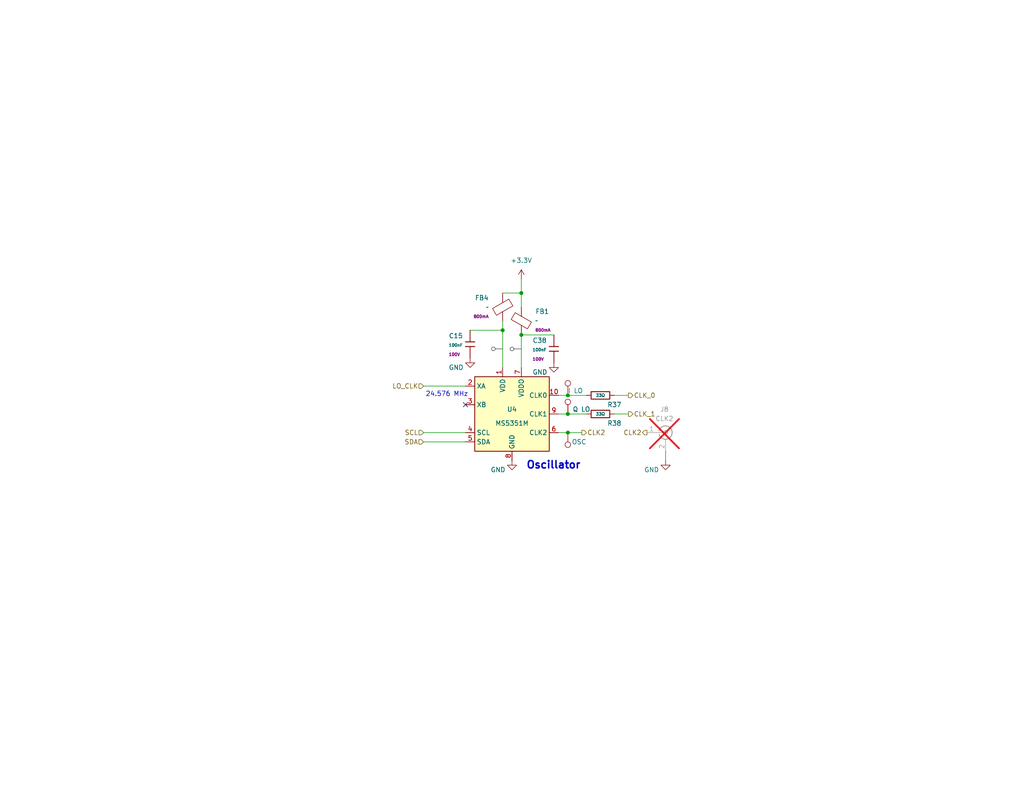
<source format=kicad_sch>
(kicad_sch (version 20250114) (generator "eeschema") (generator_version "9.0")
  (paper "USLetter")
  (title_block (date "2026-01-11") (rev "0.1"))
  (lib_symbols
    (symbol "+3.3V_1" (power) (pin_names (offset 0))
      (property "Value" "+3.3V_1" (at 0 3.556 0))
      (symbol "+3.3V_1_0_1"
        (polyline (pts (xy -0.762 1.27) (xy 0 2.54)))
        (polyline (pts (xy 0 2.54) (xy 0.762 1.27)))
        (polyline (pts (xy 0 0) (xy 0 2.54)))
      )
      (symbol "+3.3V_1_1_1"
        (pin power_in line (at 0 0 90) (length 0) (hide yes) (name "+3.3V") (number "1"))
      )
    )
    (symbol "Connector:Conn_Coaxial" (pin_names (offset 1.016) (hide yes))
      (property "Reference" "J" (at 0.254 3.048 0))
      (property "Value" "Conn_Coaxial" (at 2.921 0 90))
      (symbol "Conn_Coaxial_0_1"
        (polyline (pts (xy -2.54 0) (xy -0.508 0)))
        (arc (start 1.778 0) (mid 0.222 -1.8079) (end -1.778 -0.508) (stroke (width 0.254)))
        (arc (start -1.778 0.508) (mid 0.2221 1.8084) (end 1.778 0) (stroke (width 0.254)))
        (circle (center 0 0) (radius 0.508) (stroke (width 0.2032)))
        (polyline (pts (xy 0 -2.54) (xy 0 -1.778)))
      )
      (symbol "Conn_Coaxial_1_1"
        (pin passive line (at -5.08 0 0) (length 2.54) (name "In") (number "1"))
        (pin passive line (at 0 -5.08 90) (length 2.54) (name "Ext") (number "2"))
      )
    )
    (symbol "Connector:TestPoint" (pin_numbers (hide yes)) (pin_names (offset 0.762) (hide yes))
      (property "Reference" "TP" (at 0 6.858 0))
      (property "Value" "TestPoint" (at 0 5.08 0))
      (symbol "TestPoint_0_1"
        (circle (center 0 3.302) (radius 0.762))
      )
      (symbol "TestPoint_1_1"
        (pin passive line (at 0 0 90) (length 2.54) (name "1") (number "1"))
      )
    )
    (symbol "GND_1" (power) (pin_names (offset 0))
      (property "Value" "GND_1" (at 0 -3.81 0))
      (symbol "GND_1_0_1"
        (polyline (pts (xy 0 0) (xy 0 -1.27) (xy 1.27 -1.27) (xy 0 -2.54) (xy -1.27 -1.27) (xy 0 -1.27)))
      )
      (symbol "GND_1_1_1"
        (pin power_in line (at 0 0 270) (length 0) (hide yes) (name "GND") (number "1"))
      )
    )
    (symbol "Oscillator:Si5351A-B-GT"
      (property "Reference" "U" (at -8.89 11.43 0))
      (property "Value" "Si5351A-B-GT" (at -12.7 -12.7 0))
      (symbol "Si5351A-B-GT_0_1"
        (rectangle (start -10.16 10.16) (end 10.16 -10.16) (stroke (width 0.254)) (fill (type background)))
      )
      (symbol "Si5351A-B-GT_1_1"
        (pin input line (at -12.7 7.62 0) (length 2.54) (name "XA") (number "2"))
        (pin input line (at -12.7 2.54 0) (length 2.54) (name "XB") (number "3"))
        (pin input line (at -12.7 -5.08 0) (length 2.54) (name "SCL") (number "4"))
        (pin bidirectional line (at -12.7 -7.62 0) (length 2.54) (name "SDA") (number "5"))
        (pin power_in line (at -2.54 12.7 270) (length 2.54) (name "VDD") (number "1"))
        (pin power_in line (at 0 -12.7 90) (length 2.54) (name "GND") (number "8"))
        (pin power_in line (at 2.54 12.7 270) (length 2.54) (name "VDDO") (number "7"))
        (pin output line (at 12.7 5.08 180) (length 2.54) (name "CLK0") (number "10"))
        (pin output line (at 12.7 0 180) (length 2.54) (name "CLK1") (number "9"))
        (pin output line (at 12.7 -5.08 180) (length 2.54) (name "CLK2") (number "6"))
      )
    )
    (symbol "PCM_JLCPCB-Capacitors:0805,100nF" (pin_numbers (hide yes)) (pin_names (offset 0))
      (property "Reference" "C" (at 2.032 1.668 0))
      (property "Value" "100nF" (at 2.032 -0.3782 0))
      (property "Voltage Rated" "100V" (at 2.032 -2.0462 0))
      (symbol "0805,100nF_0_1"
        (polyline (pts (xy -1.27 0.635) (xy 1.27 0.635)) (stroke (width 0.254)))
        (polyline (pts (xy -1.27 -0.635) (xy 1.27 -0.635)) (stroke (width 0.254)))
      )
      (symbol "0805,100nF_1_1"
        (pin passive line (at 0 3.81 270) (length 3.175) (name "~") (number "1"))
        (pin passive line (at 0 -3.81 90) (length 3.175) (name "~") (number "2"))
      )
    )
    (symbol "PCM_JLCPCB-Inductors:Ferrite,0805" (pin_numbers (hide yes)) (pin_names (offset 0))
      (property "Reference" "FB" (at 3.4036 1.2508 0))
      (property "Current Rating" "800mA" (at 3.4036 -1.5274 0))
      (symbol "Ferrite,0805_0_1"
        (polyline (pts (xy -2.7686 0.4064) (xy -1.7018 2.2606) (xy 2.7686 -0.3048) (xy 1.6764 -2.159) (xy -2.7686 0.4064)))
        (polyline (pts (xy 0 1.27) (xy 0 1.2954)))
        (polyline (pts (xy 0 -1.27) (xy 0 -1.2192)))
      )
      (symbol "Ferrite,0805_1_1"
        (pin passive line (at 0 3.81 270) (length 2.54) (name "~") (number "1"))
        (pin passive line (at 0 -3.81 90) (length 2.54) (name "~") (number "2"))
      )
    )
    (symbol "PCM_JLCPCB-Resistors:0805,33Ω" (pin_numbers (hide yes)) (pin_names (offset 0))
      (property "Reference" "R" (at 1.778 0 0))
      (property "Value" "33Ω" (at 0 0 90))
      (symbol "0805,33Ω_0_1"
        (rectangle (start -1.016 2.54) (end 1.016 -2.54) (stroke (width 0.254)))
      )
      (symbol "0805,33Ω_1_1"
        (pin passive line (at 0 3.81 270) (length 1.27) (name "~") (number "1"))
        (pin passive line (at 0 -3.81 90) (length 1.27) (name "~") (number "2"))
      )
    )
  )
  (text "24.576 MHz" (at 121.92 107.696 0) (effects (font (size 1.27 1.27))))
  (text "Oscillator" (at 143.51 128.27 0) (effects (font (size 2.0066 2.0066) (thickness 0.4013) (bold yes)) (justify left bottom)))
  (junction (at 154.94 118.11))
  (junction (at 154.94 107.95))
  (junction (at 142.24 91.44))
  (junction (at 154.94 113.03))
  (junction (at 142.24 80.01))
  (junction (at 137.16 90.17))
  (no_connect (at 127 110.49))
  (wire (pts (xy 137.16 80.01) (xy 142.24 80.01)))
  (wire (pts (xy 154.94 107.95) (xy 160.02 107.95)))
  (wire (pts (xy 115.57 120.65) (xy 127 120.65)))
  (wire (pts (xy 142.24 80.01) (xy 142.24 83.82)))
  (wire (pts (xy 115.57 118.11) (xy 127 118.11)))
  (wire (pts (xy 137.16 87.63) (xy 137.16 90.17)))
  (wire (pts (xy 137.16 90.17) (xy 137.16 100.33)))
  (wire (pts (xy 152.4 113.03) (xy 154.94 113.03)))
  (wire (pts (xy 167.64 113.03) (xy 171.45 113.03)))
  (wire (pts (xy 152.4 107.95) (xy 154.94 107.95)))
  (wire (pts (xy 154.94 113.03) (xy 160.02 113.03)))
  (wire (pts (xy 152.4 118.11) (xy 154.94 118.11)))
  (wire (pts (xy 154.94 118.11) (xy 158.75 118.11)))
  (wire (pts (xy 142.24 91.44) (xy 151.13 91.44)))
  (wire (pts (xy 181.61 125.73) (xy 181.61 123.19)))
  (wire (pts (xy 167.64 107.95) (xy 171.45 107.95)))
  (wire (pts (xy 128.27 90.17) (xy 137.16 90.17)))
  (wire (pts (xy 142.24 76.2) (xy 142.24 80.01)))
  (wire (pts (xy 142.24 91.44) (xy 142.24 100.33)))
  (wire (pts (xy 115.57 105.41) (xy 127 105.41)))
  (hierarchical_label "SCL" (shape input) (at 115.57 118.11 180))
  (hierarchical_label "CLK_1" (shape output) (at 171.45 113.03 0))
  (hierarchical_label "LO_CLK" (shape input) (at 115.57 105.41 180))
  (hierarchical_label "CLK_0" (shape output) (at 171.45 107.95 0))
  (hierarchical_label "CLK2" (shape output) (at 176.53 118.11 180))
  (hierarchical_label "CLK2" (shape output) (at 158.75 118.11 0))
  (hierarchical_label "SDA" (shape input) (at 115.57 120.65 180))
  (netclass_flag "" (length 2.54) (shape round) (at 137.16 95.25 90) (property "Netclass" "1V1" (effects (hide yes))))
  (netclass_flag "" (length 2.54) (shape round) (at 142.24 95.25 90) (property "Netclass" "1V1" (effects (hide yes))))
  (symbol (lib_id "Connector:Conn_Coaxial") (at 181.61 118.11 0) (unit 1) (dnp yes)
    (property "Reference" "J8" (at 181.2926 111.76 0))
    (property "Value" "CLK2" (at 181.2926 114.3 0))
    (property "Footprint" "Connector_Coaxial:BNC_TEConnectivity_1478204_Vertical" (effects (hide yes)))
  )
  (symbol (lib_name "GND_1") (lib_id "power:GND") (at 181.61 125.73 0) (unit 1)
    (property "Reference" "#PWR050" (effects (hide yes)))
    (property "Value" "GND" (at 177.8 128.27 0))
  )
  (symbol (lib_id "Connector:TestPoint") (at 154.94 107.95 0) (unit 1)
    (property "Reference" "TP3" (effects (hide yes)))
    (property "Value" "I LO" (at 154.94 106.68 0) (effects (justify left)))
    (property "Footprint" "TestPoint:TestPoint_THTPad_D1.5mm_Drill0.7mm" (effects (hide yes)))
  )
  (symbol (lib_id "Connector:TestPoint") (at 154.94 118.11 180) (unit 1)
    (property "Reference" "TP5" (effects (hide yes)))
    (property "Value" "OSC" (at 160.02 120.65 0) (effects (justify left)))
    (property "Footprint" "TestPoint:TestPoint_THTPad_D1.5mm_Drill0.7mm" (effects (hide yes)))
  )
  (symbol (lib_id "PCM_JLCPCB-Inductors:Ferrite,0805") (at 142.24 87.63 0) (unit 1)
    (property "Reference" "FB1" (at 146.05 85.0391 0) (effects (justify left)))
    (property "Value" "~" (at 146.05 87.5792 0) (effects (font (size 0.8 0.8)) (justify left)))
    (property "Footprint" "PCM_JLCPCB:FB_0805" (effects (hide yes)))
    (property "Datasheet" "https://www.lcsc.com/datasheet/lcsc_datasheet_2310301640_Sunlord-GZ2012D101TF_C1015.pdf" (effects (hide yes)))
    (property "Description" "±25% 100Ω@100MHz 0805 Ferrite Beads ROHS" (effects (hide yes)))
    (property "LCSC" "C1015" (effects (hide yes)))
    (property "Stock" "196104" (effects (hide yes)))
    (property "Price" "0.017USD" (effects (hide yes)))
    (property "Process" "SMT" (effects (hide yes)))
    (property "Minimum Qty" "20" (effects (hide yes)))
    (property "Attrition Qty" "10" (effects (hide yes)))
    (property "Class" "Basic Component" (effects (hide yes)))
    (property "Category" "Filters/EMI Optimization,Ferrite Beads" (effects (hide yes)))
    (property "Manufacturer" "Sunlord" (effects (hide yes)))
    (property "Part" "GZ2012D101TF" (effects (hide yes)))
    (property "Impedance @ Frequency" "100Ω@100MHz" (effects (hide yes)))
    (property "Circuits" "1" (effects (hide yes)))
    (property "Current Rating" "800mA" (at 146.05 90.1192 0) (effects (font (size 0.8 0.8)) (justify left)))
    (property "Tolerance" "±25%" (effects (hide yes)))
  )
  (symbol (lib_id "Oscillator:Si5351A-B-GT") (at 139.7 113.03 0) (unit 1)
    (property "Reference" "U4" (at 139.7 111.76 0))
    (property "Value" "MS5351M" (at 139.7 115.57 0))
    (property "Footprint" "Package_SO:MSOP-10_3x3mm_P0.5mm" (effects (hide yes)))
    (property "Datasheet" "https://datasheet.lcsc.com/lcsc/2012241239_Hangzhou-Ruimeng-Tech-MS5351M_C1509083.pdf" (effects (hide yes)))
    (property "LCSC" "C1509083" (effects (hide yes)))
    (property "JLC" "Extended" (effects (hide yes)))
    (property "JLCPCB Rotation Offset" "270" (effects (hide yes)))
  )
  (symbol (lib_name "+3.3V_1") (lib_id "power:+3.3V") (at 142.24 76.2 0) (unit 1)
    (property "Reference" "#PWR048" (effects (hide yes)))
    (property "Value" "+3.3V" (at 142.24 71.12 0))
  )
  (symbol (lib_id "PCM_JLCPCB-Capacitors:0805,100nF") (at 151.13 95.25 180) (unit 1)
    (property "Reference" "C38" (at 145.288 92.9639 0) (effects (justify right)))
    (property "Value" "100nF" (at 145.288 95.504 0) (effects (font (size 0.8 0.8)) (justify right)))
    (property "Footprint" "PCM_JLCPCB:C_0805" (effects (hide yes)))
    (property "Datasheet" "https://www.lcsc.com/datasheet/lcsc_datasheet_2304140030_Samsung-Electro-Mechanics-CL21B104KCFNNNE_C28233.pdf" (effects (hide yes)))
    (property "Description" "100V 100nF X7R ±10% 0805 Multilayer Ceramic Capacitors MLCC - SMD/SMT ROHS" (effects (hide yes)))
    (property "LCSC" "C28233" (effects (hide yes)))
    (property "Stock" "1168020" (effects (hide yes)))
    (property "Price" "0.009USD" (effects (hide yes)))
    (property "Process" "SMT" (effects (hide yes)))
    (property "Minimum Qty" "20" (effects (hide yes)))
    (property "Attrition Qty" "10" (effects (hide yes)))
    (property "Class" "Basic Component" (effects (hide yes)))
    (property "Category" "Capacitors,Multilayer Ceramic Capacitors MLCC - SMD/SMT" (effects (hide yes)))
    (property "Manufacturer" "Samsung Electro-Mechanics" (effects (hide yes)))
    (property "Part" "CL21B104KCFNNNE" (effects (hide yes)))
    (property "Voltage Rated" "100V" (at 145.288 98.044 0) (effects (font (size 0.8 0.8)) (justify right)))
    (property "Tolerance" "±10%" (effects (hide yes)))
    (property "Capacitance" "100nF" (effects (hide yes)))
    (property "Temperature Coefficient" "X7R" (effects (hide yes)))
  )
  (symbol (lib_id "PCM_JLCPCB-Resistors:0805,33Ω") (at 163.83 107.95 270) (mirror x) (unit 1)
    (property "Reference" "R37" (at 167.64 110.49 90))
    (property "Value" "33Ω" (at 163.83 107.95 90) (effects (font (size 0.8 0.8))))
    (property "Footprint" "PCM_JLCPCB:R_0805" (effects (hide yes)))
    (property "Datasheet" "https://www.lcsc.com/datasheet/lcsc_datasheet_2205311830_UNI-ROYAL-Uniroyal-Elec-0805W8F330JT5E_C17634.pdf" (effects (hide yes)))
    (property "Description" "125mW Thick Film Resistors 150V ±1% ±200ppm/°C 33Ω 0805 Chip Resistor - Surface Mount ROHS" (effects (hide yes)))
    (property "LCSC" "C17634" (effects (hide yes)))
    (property "Stock" "335994" (effects (hide yes)))
    (property "Price" "0.005USD" (effects (hide yes)))
    (property "Process" "SMT" (effects (hide yes)))
    (property "Minimum Qty" "20" (effects (hide yes)))
    (property "Attrition Qty" "10" (effects (hide yes)))
    (property "Class" "Basic Component" (effects (hide yes)))
    (property "Category" "Resistors,Chip Resistor - Surface Mount" (effects (hide yes)))
    (property "Manufacturer" "UNI-ROYAL(Uniroyal Elec)" (effects (hide yes)))
    (property "Part" "0805W8F330JT5E" (effects (hide yes)))
    (property "Resistance" "33Ω" (effects (hide yes)))
    (property "Power(Watts)" "125mW" (effects (hide yes)))
    (property "Type" "Thick Film Resistors" (effects (hide yes)))
    (property "Overload Voltage (Max)" "150V" (effects (hide yes)))
    (property "Operating Temperature Range" "-55°C~+155°C" (effects (hide yes)))
    (property "Tolerance" "±1%" (effects (hide yes)))
    (property "Temperature Coefficient" "±200ppm/°C" (effects (hide yes)))
  )
  (symbol (lib_id "PCM_JLCPCB-Resistors:0805,33Ω") (at 163.83 113.03 270) (mirror x) (unit 1)
    (property "Reference" "R38" (at 167.64 115.57 90))
    (property "Value" "33Ω" (at 163.83 113.03 90) (effects (font (size 0.8 0.8))))
    (property "Footprint" "PCM_JLCPCB:R_0805" (effects (hide yes)))
    (property "Datasheet" "https://www.lcsc.com/datasheet/lcsc_datasheet_2205311830_UNI-ROYAL-Uniroyal-Elec-0805W8F330JT5E_C17634.pdf" (effects (hide yes)))
    (property "Description" "125mW Thick Film Resistors 150V ±1% ±200ppm/°C 33Ω 0805 Chip Resistor - Surface Mount ROHS" (effects (hide yes)))
    (property "LCSC" "C17634" (effects (hide yes)))
    (property "Stock" "335994" (effects (hide yes)))
    (property "Price" "0.005USD" (effects (hide yes)))
    (property "Process" "SMT" (effects (hide yes)))
    (property "Minimum Qty" "20" (effects (hide yes)))
    (property "Attrition Qty" "10" (effects (hide yes)))
    (property "Class" "Basic Component" (effects (hide yes)))
    (property "Category" "Resistors,Chip Resistor - Surface Mount" (effects (hide yes)))
    (property "Manufacturer" "UNI-ROYAL(Uniroyal Elec)" (effects (hide yes)))
    (property "Part" "0805W8F330JT5E" (effects (hide yes)))
    (property "Resistance" "33Ω" (effects (hide yes)))
    (property "Power(Watts)" "125mW" (effects (hide yes)))
    (property "Type" "Thick Film Resistors" (effects (hide yes)))
    (property "Overload Voltage (Max)" "150V" (effects (hide yes)))
    (property "Operating Temperature Range" "-55°C~+155°C" (effects (hide yes)))
    (property "Tolerance" "±1%" (effects (hide yes)))
    (property "Temperature Coefficient" "±200ppm/°C" (effects (hide yes)))
  )
  (symbol (lib_id "Connector:TestPoint") (at 154.94 113.03 0) (unit 1)
    (property "Reference" "TP4" (effects (hide yes)))
    (property "Value" "Q LO" (at 156.21 111.76 0) (effects (justify left)))
    (property "Footprint" "TestPoint:TestPoint_THTPad_D1.5mm_Drill0.7mm" (effects (hide yes)))
  )
  (symbol (lib_id "PCM_JLCPCB-Inductors:Ferrite,0805") (at 137.16 83.82 0) (mirror x) (unit 1)
    (property "Reference" "FB4" (at 133.35 81.3307 0) (effects (justify right)))
    (property "Value" "~" (at 133.35 83.8708 0) (effects (font (size 0.8 0.8)) (justify right)))
    (property "Footprint" "PCM_JLCPCB:FB_0805" (effects (hide yes)))
    (property "Datasheet" "https://www.lcsc.com/datasheet/lcsc_datasheet_2310301640_Sunlord-GZ2012D101TF_C1015.pdf" (effects (hide yes)))
    (property "Description" "±25% 100Ω@100MHz 0805 Ferrite Beads ROHS" (effects (hide yes)))
    (property "LCSC" "C1015" (effects (hide yes)))
    (property "Stock" "196104" (effects (hide yes)))
    (property "Price" "0.017USD" (effects (hide yes)))
    (property "Process" "SMT" (effects (hide yes)))
    (property "Minimum Qty" "20" (effects (hide yes)))
    (property "Attrition Qty" "10" (effects (hide yes)))
    (property "Class" "Basic Component" (effects (hide yes)))
    (property "Category" "Filters/EMI Optimization,Ferrite Beads" (effects (hide yes)))
    (property "Manufacturer" "Sunlord" (effects (hide yes)))
    (property "Part" "GZ2012D101TF" (effects (hide yes)))
    (property "Impedance @ Frequency" "100Ω@100MHz" (effects (hide yes)))
    (property "Circuits" "1" (effects (hide yes)))
    (property "Current Rating" "800mA" (at 133.35 86.4108 0) (effects (font (size 0.8 0.8)) (justify right)))
    (property "Tolerance" "±25%" (effects (hide yes)))
  )
  (symbol (lib_name "GND_1") (lib_id "power:GND") (at 139.7 125.73 0) (unit 1)
    (property "Reference" "#PWR047" (effects (hide yes)))
    (property "Value" "GND" (at 135.89 128.27 0))
  )
  (symbol (lib_id "PCM_JLCPCB-Capacitors:0805,100nF") (at 128.27 93.98 180) (unit 1)
    (property "Reference" "C15" (at 122.428 91.6939 0) (effects (justify right)))
    (property "Value" "100nF" (at 122.428 94.234 0) (effects (font (size 0.8 0.8)) (justify right)))
    (property "Footprint" "PCM_JLCPCB:C_0805" (effects (hide yes)))
    (property "Datasheet" "https://www.lcsc.com/datasheet/lcsc_datasheet_2304140030_Samsung-Electro-Mechanics-CL21B104KCFNNNE_C28233.pdf" (effects (hide yes)))
    (property "Description" "100V 100nF X7R ±10% 0805 Multilayer Ceramic Capacitors MLCC - SMD/SMT ROHS" (effects (hide yes)))
    (property "LCSC" "C28233" (effects (hide yes)))
    (property "Stock" "1168020" (effects (hide yes)))
    (property "Price" "0.009USD" (effects (hide yes)))
    (property "Process" "SMT" (effects (hide yes)))
    (property "Minimum Qty" "20" (effects (hide yes)))
    (property "Attrition Qty" "10" (effects (hide yes)))
    (property "Class" "Basic Component" (effects (hide yes)))
    (property "Category" "Capacitors,Multilayer Ceramic Capacitors MLCC - SMD/SMT" (effects (hide yes)))
    (property "Manufacturer" "Samsung Electro-Mechanics" (effects (hide yes)))
    (property "Part" "CL21B104KCFNNNE" (effects (hide yes)))
    (property "Voltage Rated" "100V" (at 122.428 96.774 0) (effects (font (size 0.8 0.8)) (justify right)))
    (property "Tolerance" "±10%" (effects (hide yes)))
    (property "Capacitance" "100nF" (effects (hide yes)))
    (property "Temperature Coefficient" "X7R" (effects (hide yes)))
  )
  (symbol (lib_name "GND_1") (lib_id "power:GND") (at 151.13 99.06 0) (unit 1)
    (property "Reference" "#PWR049" (effects (hide yes)))
    (property "Value" "GND" (at 147.32 101.6 0))
  )
  (symbol (lib_name "GND_1") (lib_id "power:GND") (at 128.27 97.79 0) (unit 1)
    (property "Reference" "#PWR046" (effects (hide yes)))
    (property "Value" "GND" (at 124.46 100.33 0))
  )
)
</source>
